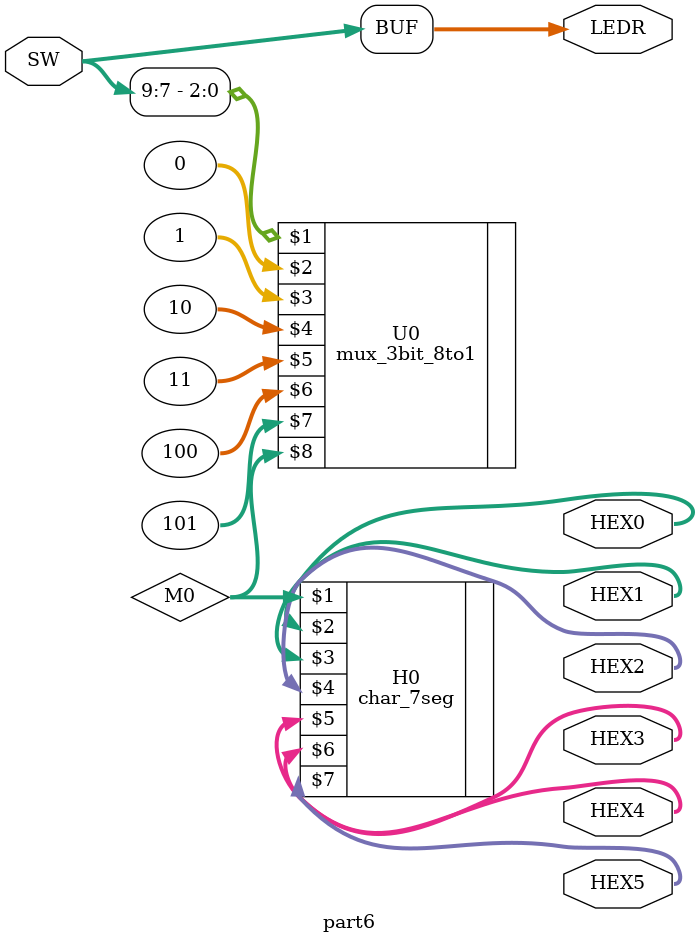
<source format=v>
module part6 (SW, LEDR, HEX0, HEX1, HEX2, HEX3, HEX4, HEX5);
input [9:0] SW; // slide switches
output [9:0] LEDR; // red lights
output [0:6] HEX0; // 7-seg display
output [0:6] HEX1; // 7-seg display
output [0:6] HEX2; // 7-seg display
output [0:6] HEX3; // 7-seg display
output [0:6] HEX4; // 7-seg display
output [0:6] HEX5; // 7-seg display

wire [2:0] M0;

assign LEDR = SW;

//not enough switches on board. Three switches will be for select. Rest will be constant
mux_3bit_8to1 U0 (SW[9:7], 000, 001, 010, 011, 100, 101, M0);
char_7seg H0 (M0, HEX0, HEX1, HEX2, HEX3, HEX4, HEX5);

endmodule

</source>
